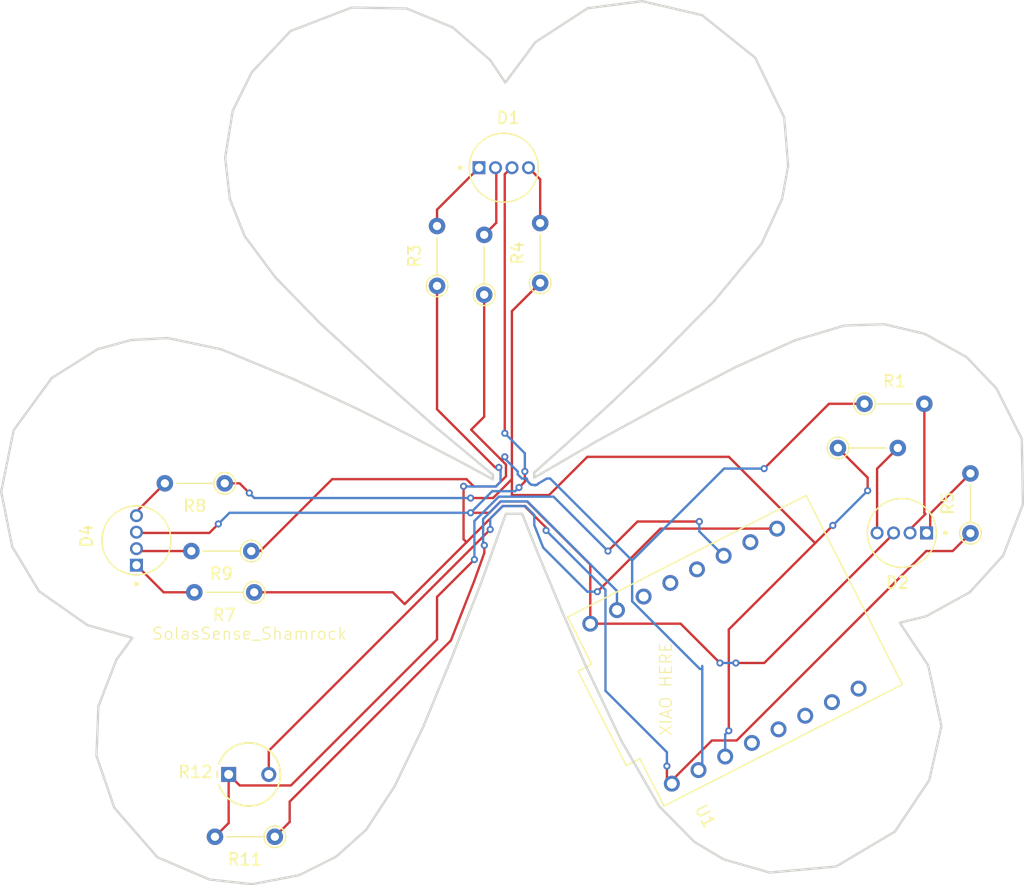
<source format=kicad_pcb>
(kicad_pcb (version 20241229) (generator "pcbnew") (generator_version "9.0")
  (layers (0 "F.Cu" signal) (2 "B.Cu" signal) (13 "F.Paste" user) (15 "B.Paste" user) (5 "F.SilkS" user "F.Silkscreen") (7 "B.SilkS" user "B.Silkscreen") (1 "F.Mask" user) (3 "B.Mask" user) (25 "Edge.Cuts" user))
  (net 0 "")
  (net 1 "+5V")
  (net 2 "Net-(D1-Pad4)")
  (net 3 "Net-(D1-Pad2)")
  (net 4 "Net-(D1-Pad1)")
  (net 5 "Net-(D2-Pad4)")
  (net 6 "Net-(D2-Pad2)")
  (net 7 "Net-(D2-Pad1)")
  (net 8 "Net-(D4-Pad1)")
  (net 9 "Net-(D4-Pad4)")
  (net 10 "Net-(D4-Pad2)")
  (net 11 "Net-(U1-GPIO5)")
  (net 12 "Net-(U1-GPIO7)")
  (net 13 "Net-(U1-GPIO6)")
  (net 14 "GND")
  (net 15 "Net-(U1-GPIO0)")
  (net 23 "Net-(U1-GPIO2)")
  (footprint "Resistor_THT:R_Axial_DIN0204_L3.6mm_D1.6mm_P5.08mm_Vertical" (layer "F.Cu") (at 131.49 92.5 180)
    (property "Reference" "R9" (at 2.54 -1.92 0) (layer "F.SilkS"))
    (property "Value" "Resistor 220")
    (fp_line (start 0.92 0) (end 4.08 0) (stroke (width 0.12)) (layer "F.SilkS"))
    (fp_circle (center 0 0) (end 0.92 0) (stroke (width 0.12)) (fill no) (layer "F.SilkS"))
    (pad "1" thru_hole circle (at 0 0 180) (size 1.4 1.4) (drill 0.7) (layers "*.Cu" "*.Mask") (net 13 "Net-(U1-GPIO6)"))
    (pad "2" thru_hole circle (at 5.08 0 180) (size 1.4 1.4) (drill 0.7) (layers "*.Cu" "*.Mask") (net 10 "Net-(D4-Pad2)"))
  )
  (footprint "LDR:LDR1_NTE" (layer "F.Cu") (at 129.573428 111.460254)
    (property "Reference" "R12" (at -2.823428 -0.210254 0) (layer "F.SilkS"))
    (property "Value" "02LDR1")
    (fp_arc (start -0.96774 0.233127) (mid -0.9779 0) (end -0.96774 -0.233128) (stroke (width 0.1524)) (layer "F.SilkS"))
    (fp_arc (start -0.817484 -0.913237) (mid 2.165409 -2.639291) (end 4.3815 0) (stroke (width 0.1524)) (layer "F.SilkS"))
    (fp_arc (start 4.3815 0) (mid 2.165409 2.639291) (end -0.817484 0.913237) (stroke (width 0.1524)) (layer "F.SilkS"))
    (pad "1" thru_hole rect (at 0 0) (size 1.27 1.27) (drill 0.762) (layers "*.Cu" "*.Mask") (net 23 "Net-(U1-GPIO2)"))
    (pad "2" thru_hole circle (at 3.4036 0) (size 1.27 1.27) (drill 0.762) (layers "*.Cu" "*.Mask") (net 15 "Net-(U1-GPIO0)"))
  )
  (footprint "RGB LED:LED_QBL8RGB60D0-2897" (layer "F.Cu") (at 186.680228 90.960254 180)
    (property "Reference" "D2" (at 0.375 -4.225 0) (layer "F.SilkS"))
    (property "Value" "RGB LED")
    (fp_circle (center 0 0) (end 2.925 0) (stroke (width 0.127)) (fill no) (layer "F.SilkS"))
    (fp_circle (center -3.7 0) (end -3.6 0) (stroke (width 0.2)) (fill no) (layer "F.SilkS"))
    (pad "1" thru_hole rect (at -2.1 0 180) (size 1.1 1.1) (drill 0.7) (layers "*.Cu" "*.Mask") (net 7 "Net-(D2-Pad1)"))
    (pad "2" thru_hole circle (at -0.7 0 180) (size 1.1 1.1) (drill 0.7) (layers "*.Cu" "*.Mask") (net 6 "Net-(D2-Pad2)"))
    (pad "3" thru_hole circle (at 0.7 0 180) (size 1.1 1.1) (drill 0.7) (layers "*.Cu" "*.Mask") (net 1 "+5V"))
    (pad "4" thru_hole circle (at 2.1 0 180) (size 1.1 1.1) (drill 0.7) (layers "*.Cu" "*.Mask") (net 5 "Net-(D2-Pad4)"))
  )
  (footprint "Resistor_THT:R_Axial_DIN0204_L3.6mm_D1.6mm_P5.08mm_Vertical" (layer "F.Cu") (at 156 69.74 90)
    (property "Reference" "R4" (at 2.54 -1.92 90) (layer "F.SilkS"))
    (property "Value" "Resistor 220")
    (fp_line (start 0.92 0) (end 4.08 0) (stroke (width 0.12)) (layer "F.SilkS"))
    (fp_circle (center 0 0) (end 0.92 0) (stroke (width 0.12)) (fill no) (layer "F.SilkS"))
    (pad "1" thru_hole circle (at 0 0 90) (size 1.4 1.4) (drill 0.7) (layers "*.Cu" "*.Mask") (net 12 "Net-(U1-GPIO7)"))
    (pad "2" thru_hole circle (at 5.08 0 90) (size 1.4 1.4) (drill 0.7) (layers "*.Cu" "*.Mask") (net 2 "Net-(D1-Pad4)"))
  )
  (footprint "RGB LED:LED_QBL8RGB60D0-2897" (layer "F.Cu") (at 152.910228 59.960254)
    (property "Reference" "D1" (at 0.375 -4.225 0) (layer "F.SilkS"))
    (property "Value" "RGB LED")
    (fp_circle (center -3.7 0) (end -3.6 0) (stroke (width 0.2)) (fill no) (layer "F.SilkS"))
    (fp_circle (center 0 0) (end 2.925 0) (stroke (width 0.127)) (fill no) (layer "F.SilkS"))
    (pad "1" thru_hole rect (at -2.1 0) (size 1.1 1.1) (drill 0.7) (layers "*.Cu" "*.Mask") (net 4 "Net-(D1-Pad1)"))
    (pad "2" thru_hole circle (at -0.7 0) (size 1.1 1.1) (drill 0.7) (layers "*.Cu" "*.Mask") (net 3 "Net-(D1-Pad2)"))
    (pad "3" thru_hole circle (at 0.7 0) (size 1.1 1.1) (drill 0.7) (layers "*.Cu" "*.Mask") (net 1 "+5V"))
    (pad "4" thru_hole circle (at 2.1 0) (size 1.1 1.1) (drill 0.7) (layers "*.Cu" "*.Mask") (net 2 "Net-(D1-Pad4)"))
  )
  (footprint "ESP32-c3 super mini:MODULE_ESP32-C3_SUPERMINI_TH" (layer "F.Cu") (at 172.530372 100.960254 117)
    (property "Reference" "U1" (at -11.36074 -8.628489 117) (layer "F.SilkS"))
    (property "Value" "ESP32-C3_SUPERMINI_TH")
    (fp_line (start 9 -11.350001) (end 4.5 -11.35) (stroke (width 0.127)) (layer "F.SilkS"))
    (fp_line (start 4.5 -12.649999) (end 4.5 -11.35) (stroke (width 0.127)) (layer "F.SilkS"))
    (fp_line (start 4.5 -12.649999) (end -4.5 -12.65) (stroke (width 0.127)) (layer "F.SilkS"))
    (fp_line (start -4.5 -12.65) (end -4.499999 -11.35) (stroke (width 0.127)) (layer "F.SilkS"))
    (fp_line (start -4.499999 -11.35) (end -9.000001 -11.350001) (stroke (width 0.127)) (layer "F.SilkS"))
    (fp_line (start 9.000001 11.350001) (end 9 -11.350001) (stroke (width 0.127)) (layer "F.SilkS"))
    (fp_line (start 9.000001 11.350001) (end -9 11.350001) (stroke (width 0.127)) (layer "F.SilkS"))
    (fp_line (start -9 11.350001) (end -9.000001 -11.350001) (stroke (width 0.127)) (layer "F.SilkS"))
    (pad "0" thru_hole circle (at 7.62 7.88 117) (size 1.348 1.348) (drill 0.84) (layers "*.Cu" "*.Mask") (net 15 "Net-(U1-GPIO0)"))
    (pad "1" thru_hole circle (at 7.62 5.340001 117) (size 1.348 1.348) (drill 0.84) (layers "*.Cu" "*.Mask"))
    (pad "2" thru_hole circle (at 7.619999 2.800001 117) (size 1.348 1.348) (drill 0.84) (layers "*.Cu" "*.Mask") (net 23 "Net-(U1-GPIO2)"))
    (pad "3" thru_hole circle (at 7.619999 0.259999 117) (size 1.348 1.348) (drill 0.84) (layers "*.Cu" "*.Mask"))
    (pad "3.3" thru_hole circle (at 7.62 -4.82 117) (size 1.348 1.348) (drill 0.84) (layers "*.Cu" "*.Mask"))
    (pad "4" thru_hole circle (at 7.619999 -2.280002 117) (size 1.348 1.348) (drill 0.84) (layers "*.Cu" "*.Mask"))
    (pad "5" thru_hole circle (at -7.62 -9.9 117) (size 1.348 1.348) (drill 0.84) (layers "*.Cu" "*.Mask") (net 11 "Net-(U1-GPIO5)"))
    (pad "5V" thru_hole circle (at 7.619999 -9.9 117) (size 1.348 1.348) (drill 0.84) (layers "*.Cu" "*.Mask") (net 1 "+5V"))
    (pad "6" thru_hole circle (at -7.62 -7.359998 117) (size 1.348 1.348) (drill 0.84) (layers "*.Cu" "*.Mask") (net 13 "Net-(U1-GPIO6)"))
    (pad "7" thru_hole circle (at -7.620001 -4.82 117) (size 1.348 1.348) (drill 0.84) (layers "*.Cu" "*.Mask") (net 12 "Net-(U1-GPIO7)"))
    (pad "8" thru_hole circle (at -7.620001 -2.280001 117) (size 1.348 1.348) (drill 0.84) (layers "*.Cu" "*.Mask"))
    (pad "9" thru_hole circle (at -7.620001 0.26 117) (size 1.348 1.348) (drill 0.84) (layers "*.Cu" "*.Mask"))
    (pad "10" thru_hole circle (at -7.62 2.8 117) (size 1.348 1.348) (drill 0.84) (layers "*.Cu" "*.Mask"))
    (pad "20" thru_hole circle (at -7.620002 5.34 117) (size 1.348 1.348) (drill 0.84) (layers "*.Cu" "*.Mask"))
    (pad "21" thru_hole circle (at -7.619999 7.879999 117) (size 1.348 1.348) (drill 0.84) (layers "*.Cu" "*.Mask"))
    (pad "G" thru_hole circle (at 7.62 -7.359999 117) (size 1.348 1.348) (drill 0.84) (layers "*.Cu" "*.Mask") (net 14 "GND"))
  )
  (footprint "Resistor_THT:R_Axial_DIN0204_L3.6mm_D1.6mm_P5.08mm_Vertical" (layer "F.Cu") (at 151.25 70.74 90)
    (property "Reference" "R6" (hide yes))
    (property "Value" "Resistor 220" (hide yes))
    (fp_line (start 0.92 0) (end 4.08 0) (stroke (width 0.12)) (layer "F.SilkS"))
    (fp_circle (center 0 0) (end 0.92 0) (stroke (width 0.12)) (fill no) (layer "F.SilkS"))
    (pad "1" thru_hole circle (at 0 0 90) (size 1.4 1.4) (drill 0.7) (layers "*.Cu" "*.Mask") (net 13 "Net-(U1-GPIO6)"))
    (pad "2" thru_hole circle (at 5.08 0 90) (size 1.4 1.4) (drill 0.7) (layers "*.Cu" "*.Mask") (net 3 "Net-(D1-Pad2)"))
  )
  (footprint "Resistor_THT:R_Axial_DIN0204_L3.6mm_D1.6mm_P5.08mm_Vertical" (layer "F.Cu") (at 131.74 96 180)
    (property "Reference" "R7" (at 2.54 -1.92 0) (layer "F.SilkS"))
    (property "Value" "Resistor 220")
    (fp_line (start 0.92 0) (end 4.08 0) (stroke (width 0.12)) (layer "F.SilkS"))
    (fp_circle (center 0 0) (end 0.92 0) (stroke (width 0.12)) (fill no) (layer "F.SilkS"))
    (pad "1" thru_hole circle (at 0 0 180) (size 1.4 1.4) (drill 0.7) (layers "*.Cu" "*.Mask") (net 11 "Net-(U1-GPIO5)"))
    (pad "2" thru_hole circle (at 5.08 0 180) (size 1.4 1.4) (drill 0.7) (layers "*.Cu" "*.Mask") (net 8 "Net-(D4-Pad1)"))
  )
  (footprint "Resistor_THT:R_Axial_DIN0204_L3.6mm_D1.6mm_P5.08mm_Vertical" (layer "F.Cu") (at 183.51 80)
    (property "Reference" "R1" (at 2.54 -1.92 0) (layer "F.SilkS"))
    (property "Value" "Resistor 220")
    (fp_line (start 0.92 0) (end 4.08 0) (stroke (width 0.12)) (layer "F.SilkS"))
    (fp_circle (center 0 0) (end 0.92 0) (stroke (width 0.12)) (fill no) (layer "F.SilkS"))
    (pad "1" thru_hole circle (at 0 0) (size 1.4 1.4) (drill 0.7) (layers "*.Cu" "*.Mask") (net 13 "Net-(U1-GPIO6)"))
    (pad "2" thru_hole circle (at 5.08 0) (size 1.4 1.4) (drill 0.7) (layers "*.Cu" "*.Mask") (net 6 "Net-(D2-Pad2)"))
  )
  (footprint "Resistor_THT:R_Axial_DIN0204_L3.6mm_D1.6mm_P5.08mm_Vertical" (layer "F.Cu") (at 129.24 86.75 180)
    (property "Reference" "R8" (at 2.54 -1.92 0) (layer "F.SilkS"))
    (property "Value" "Resistor 220")
    (fp_line (start 0.92 0) (end 4.08 0) (stroke (width 0.12)) (layer "F.SilkS"))
    (fp_circle (center 0 0) (end 0.92 0) (stroke (width 0.12)) (fill no) (layer "F.SilkS"))
    (pad "1" thru_hole circle (at 0 0 180) (size 1.4 1.4) (drill 0.7) (layers "*.Cu" "*.Mask") (net 12 "Net-(U1-GPIO7)"))
    (pad "2" thru_hole circle (at 5.08 0 180) (size 1.4 1.4) (drill 0.7) (layers "*.Cu" "*.Mask") (net 9 "Net-(D4-Pad4)"))
  )
  (footprint "Resistor_THT:R_Axial_DIN0204_L3.6mm_D1.6mm_P5.08mm_Vertical" (layer "F.Cu") (at 192.5 90.99 90)
    (property "Reference" "R5" (at 2.54 -1.92 90) (layer "F.SilkS"))
    (property "Value" "Resistor 220")
    (fp_line (start 0.92 0) (end 4.08 0) (stroke (width 0.12)) (layer "F.SilkS"))
    (fp_circle (center 0 0) (end 0.92 0) (stroke (width 0.12)) (fill no) (layer "F.SilkS"))
    (pad "1" thru_hole circle (at 0 0 90) (size 1.4 1.4) (drill 0.7) (layers "*.Cu" "*.Mask") (net 11 "Net-(U1-GPIO5)"))
    (pad "2" thru_hole circle (at 5.08 0 90) (size 1.4 1.4) (drill 0.7) (layers "*.Cu" "*.Mask") (net 7 "Net-(D2-Pad1)"))
  )
  (footprint "Resistor_THT:R_Axial_DIN0204_L3.6mm_D1.6mm_P5.08mm_Vertical" (layer "F.Cu") (at 181.26 83.75)
    (property "Reference" "R2" (hide yes))
    (property "Value" "Resistor 220")
    (fp_line (start 0.92 0) (end 4.08 0) (stroke (width 0.12)) (layer "F.SilkS"))
    (fp_circle (center 0 0) (end 0.92 0) (stroke (width 0.12)) (fill no) (layer "F.SilkS"))
    (pad "1" thru_hole circle (at 0 0) (size 1.4 1.4) (drill 0.7) (layers "*.Cu" "*.Mask") (net 12 "Net-(U1-GPIO7)"))
    (pad "2" thru_hole circle (at 5.08 0) (size 1.4 1.4) (drill 0.7) (layers "*.Cu" "*.Mask") (net 5 "Net-(D2-Pad4)"))
  )
  (footprint "Resistor_THT:R_Axial_DIN0204_L3.6mm_D1.6mm_P5.08mm_Vertical" (layer "F.Cu") (at 133.49 116.75 180)
    (property "Reference" "R11" (at 2.54 -1.92 0) (layer "F.SilkS"))
    (property "Value" "Resistor 10k")
    (fp_line (start 0.92 0) (end 4.08 0) (stroke (width 0.12)) (layer "F.SilkS"))
    (fp_circle (center 0 0) (end 0.92 0) (stroke (width 0.12)) (fill no) (layer "F.SilkS"))
    (pad "1" thru_hole circle (at 0 0 180) (size 1.4 1.4) (drill 0.7) (layers "*.Cu" "*.Mask") (net 14 "GND"))
    (pad "2" thru_hole circle (at 5.08 0 180) (size 1.4 1.4) (drill 0.7) (layers "*.Cu" "*.Mask") (net 23 "Net-(U1-GPIO2)"))
  )
  (footprint "RGB LED:LED_QBL8RGB60D0-2897" (layer "F.Cu") (at 121.75 91.595254 90)
    (property "Reference" "D4" (at 0.375 -4.225 90) (layer "F.SilkS"))
    (property "Value" "RGB LED")
    (fp_circle (center 0 0) (end 2.925 0) (stroke (width 0.127)) (fill no) (layer "F.SilkS"))
    (fp_circle (center -3.7 0) (end -3.6 0) (stroke (width 0.2)) (fill no) (layer "F.SilkS"))
    (pad "1" thru_hole rect (at -2.1 0 90) (size 1.1 1.1) (drill 0.7) (layers "*.Cu" "*.Mask") (net 8 "Net-(D4-Pad1)"))
    (pad "2" thru_hole circle (at -0.7 0 90) (size 1.1 1.1) (drill 0.7) (layers "*.Cu" "*.Mask") (net 10 "Net-(D4-Pad2)"))
    (pad "3" thru_hole circle (at 0.7 0 90) (size 1.1 1.1) (drill 0.7) (layers "*.Cu" "*.Mask") (net 1 "+5V"))
    (pad "4" thru_hole circle (at 2.1 0 90) (size 1.1 1.1) (drill 0.7) (layers "*.Cu" "*.Mask") (net 9 "Net-(D4-Pad4)"))
  )
  (footprint "Resistor_THT:R_Axial_DIN0204_L3.6mm_D1.6mm_P5.08mm_Vertical" (layer "F.Cu") (at 147.25 69.99 90)
    (property "Reference" "R3" (at 2.54 -1.92 90) (layer "F.SilkS"))
    (property "Value" "Resistor 220")
    (fp_line (start 0.92 0) (end 4.08 0) (stroke (width 0.12)) (layer "F.SilkS"))
    (fp_circle (center 0 0) (end 0.92 0) (stroke (width 0.12)) (fill no) (layer "F.SilkS"))
    (pad "1" thru_hole circle (at 0 0 90) (size 1.4 1.4) (drill 0.7) (layers "*.Cu" "*.Mask") (net 11 "Net-(U1-GPIO5)"))
    (pad "2" thru_hole circle (at 5.08 0 90) (size 1.4 1.4) (drill 0.7) (layers "*.Cu" "*.Mask") (net 4 "Net-(D1-Pad1)"))
  )
  (gr_line (start 160.917127 83.104991) (end 155.492691 86.273342) (stroke (width 0.2)) (layer "Edge.Cuts"))
  (gr_line (start 133.525393 69.256445) (end 137.403863 73.240773) (stroke (width 0.2)) (layer "Edge.Cuts"))
  (gr_line (start 151.992691 86.416887) (end 149.315098 84.963037) (stroke (width 0.2)) (layer "Edge.Cuts"))
  (gr_line (start 118.358893 109.878789) (end 119.86929 114.285785) (stroke (width 0.2)) (layer "Edge.Cuts"))
  (gr_line (start 135.159251 77.939421) (end 128.957899 75.378378) (stroke (width 0.2)) (layer "Edge.Cuts"))
  (gr_line (start 119.86929 114.285785) (end 123.524731 118.486161) (stroke (width 0.2)) (layer "Edge.Cuts"))
  (gr_line (start 144.853265 82.637247) (end 140.731136 80.548864) (stroke (width 0.2)) (layer "Edge.Cuts"))
  (gr_line (start 166.076348 114.136635) (end 169.076665 117.183511) (stroke (width 0.2)) (layer "Edge.Cuts"))
  (gr_line (start 137.403863 73.240773) (end 142.113627 77.548417) (stroke (width 0.2)) (layer "Edge.Cuts"))
  (gr_line (start 170.756354 71.275359) (end 174.769097 66.4265) (stroke (width 0.2)) (layer "Edge.Cuts"))
  (gr_line (start 131.566587 120.776384) (end 135.542612 120.015649) (stroke (width 0.2)) (layer "Edge.Cuts"))
  (gr_line (start 181.798271 73.357518) (end 177.610405 74.615411) (stroke (width 0.2)) (layer "Edge.Cuts"))
  (gr_line (start 157.80958 97.523038) (end 159.788049 102.07327) (stroke (width 0.2)) (layer "Edge.Cuts"))
  (gr_line (start 117.582223 98.780913) (end 121.407123 99.864612) (stroke (width 0.2)) (layer "Edge.Cuts"))
  (gr_line (start 129.921005 55.124465) (end 129.273308 59.110576) (stroke (width 0.2)) (layer "Edge.Cuts"))
  (gr_line (start 155.492691 85.842638) (end 158.018093 83.591479) (stroke (width 0.2)) (layer "Edge.Cuts"))
  (gr_line (start 153.268186 89.33483) (end 154.116034 89.33483) (stroke (width 0.2)) (layer "Edge.Cuts"))
  (gr_line (start 192.448832 95.989275) (end 195.27774 92.873934) (stroke (width 0.2)) (layer "Edge.Cuts"))
  (gr_line (start 129.676723 62.61841) (end 130.931073 65.765458) (stroke (width 0.2)) (layer "Edge.Cuts"))
  (gr_line (start 160.024942 46.425752) (end 155.599502 49.298306) (stroke (width 0.2)) (layer "Edge.Cuts"))
  (gr_line (start 192.166612 76.037442) (end 188.633958 74.064662) (stroke (width 0.2)) (layer "Edge.Cuts"))
  (gr_line (start 140.731136 80.548864) (end 135.159251 77.939421) (stroke (width 0.2)) (layer "Edge.Cuts"))
  (gr_line (start 141.234721 116.158794) (end 143.635881 112.497262) (stroke (width 0.2)) (layer "Edge.Cuts"))
  (gr_line (start 118.523459 105.673913) (end 118.358893 109.878789) (stroke (width 0.2)) (layer "Edge.Cuts"))
  (gr_line (start 164.65463 45.825564) (end 160.024942 46.425752) (stroke (width 0.2)) (layer "Edge.Cuts"))
  (gr_line (start 194.691107 78.677418) (end 192.166612 76.037442) (stroke (width 0.2)) (layer "Edge.Cuts"))
  (gr_line (start 155.599502 49.298306) (end 153.043284 52.740062) (stroke (width 0.2)) (layer "Edge.Cuts"))
  (gr_line (start 190.03853 107.353832) (end 188.910635 102.191934) (stroke (width 0.2)) (layer "Edge.Cuts"))
  (gr_line (start 177.610405 74.615411) (end 172.522763 76.911891) (stroke (width 0.2)) (layer "Edge.Cuts"))
  (gr_line (start 166.84426 79.876964) (end 160.917127 83.104991) (stroke (width 0.2)) (layer "Edge.Cuts"))
  (gr_line (start 129.273308 59.110576) (end 129.676723 62.61841) (stroke (width 0.2)) (layer "Edge.Cuts"))
  (gr_line (start 189.011027 111.93005) (end 190.03853 107.353832) (stroke (width 0.2)) (layer "Edge.Cuts"))
  (gr_line (start 147.163494 82.007547) (end 151.992691 86.024075) (stroke (width 0.2)) (layer "Edge.Cuts"))
  (gr_line (start 176.518414 62.629045) (end 177.034745 59.815656) (stroke (width 0.2)) (layer "Edge.Cuts"))
  (gr_line (start 113.480485 95.901691) (end 117.582223 98.780913) (stroke (width 0.2)) (layer "Edge.Cuts"))
  (gr_line (start 128.957899 75.378378) (end 124.392725 74.417803) (stroke (width 0.2)) (layer "Edge.Cuts"))
  (gr_line (start 188.746303 98.032444) (end 192.448832 95.989275) (stroke (width 0.2)) (layer "Edge.Cuts"))
  (gr_line (start 146.05803 107.462142) (end 148.503895 101.535005) (stroke (width 0.2)) (layer "Edge.Cuts"))
  (gr_line (start 177.034745 59.815656) (end 176.703859 55.697985) (stroke (width 0.2)) (layer "Edge.Cuts"))
  (gr_line (start 154.116034 89.33483) (end 154.472958 89.33483) (stroke (width 0.2)) (layer "Edge.Cuts"))
  (gr_line (start 153.043284 52.740062) (end 151.756888 50.823841) (stroke (width 0.2)) (layer "Edge.Cuts"))
  (gr_line (start 162.860238 108.552306) (end 166.076348 114.136635) (stroke (width 0.2)) (layer "Edge.Cuts"))
  (gr_line (start 111.217249 92.137661) (end 113.480485 95.901691) (stroke (width 0.2)) (layer "Edge.Cuts"))
  (gr_line (start 165.689139 76.426704) (end 170.756354 71.275359) (stroke (width 0.2)) (layer "Edge.Cuts"))
  (gr_line (start 159.788049 102.07327) (end 162.860238 108.552306) (stroke (width 0.2)) (layer "Edge.Cuts"))
  (gr_line (start 118.452655 75.366855) (end 114.561636 77.815259) (stroke (width 0.2)) (layer "Edge.Cuts"))
  (gr_line (start 123.524731 118.486161) (end 127.933624 120.376871) (stroke (width 0.2)) (layer "Edge.Cuts"))
  (gr_line (start 121.407123 99.864612) (end 120.046437 101.728814) (stroke (width 0.2)) (layer "Edge.Cuts"))
  (gr_line (start 149.315098 84.963037) (end 144.853265 82.637247) (stroke (width 0.2)) (layer "Edge.Cuts"))
  (gr_line (start 150.970012 95.24922) (end 153.087807 89.33483) (stroke (width 0.2)) (layer "Edge.Cuts"))
  (gr_line (start 140.017783 46.36264) (end 134.820487 48.361019) (stroke (width 0.2)) (layer "Edge.Cuts"))
  (gr_line (start 155.701318 92.43605) (end 157.80958 97.523038) (stroke (width 0.2)) (layer "Edge.Cuts"))
  (gr_line (start 120.046437 101.728814) (end 118.523459 105.673913) (stroke (width 0.2)) (layer "Edge.Cuts"))
  (gr_line (start 154.472958 89.33483) (end 155.701318 92.43605) (stroke (width 0.2)) (layer "Edge.Cuts"))
  (gr_line (start 111.333946 82.24216) (end 110.275228 87.460254) (stroke (width 0.2)) (layer "Edge.Cuts"))
  (gr_line (start 143.635881 112.497262) (end 146.05803 107.462142) (stroke (width 0.2)) (layer "Edge.Cuts"))
  (gr_line (start 181.105597 119.271758) (end 186.095451 116.306525) (stroke (width 0.2)) (layer "Edge.Cuts"))
  (gr_line (start 169.732962 47.012899) (end 164.65463 45.825564) (stroke (width 0.2)) (layer "Edge.Cuts"))
  (gr_line (start 134.820487 48.361019) (end 131.535871 51.857362) (stroke (width 0.2)) (layer "Edge.Cuts"))
  (gr_line (start 196.953471 88.527115) (end 196.853189 82.959768) (stroke (width 0.2)) (layer "Edge.Cuts"))
  (gr_line (start 138.703241 118.428635) (end 141.234721 116.158794) (stroke (width 0.2)) (layer "Edge.Cuts"))
  (gr_line (start 188.910635 102.191934) (end 186.505671 98.585874) (stroke (width 0.2)) (layer "Edge.Cuts"))
  (gr_line (start 169.076665 117.183511) (end 171.554058 118.664693) (stroke (width 0.2)) (layer "Edge.Cuts"))
  (gr_line (start 142.113627 77.548417) (end 147.163494 82.007547) (stroke (width 0.2)) (layer "Edge.Cuts"))
  (gr_line (start 176.703859 55.697985) (end 174.237838 50.623166) (stroke (width 0.2)) (layer "Edge.Cuts"))
  (gr_line (start 172.522763 76.911891) (end 166.84426 79.876964) (stroke (width 0.2)) (layer "Edge.Cuts"))
  (gr_line (start 171.554058 118.664693) (end 175.479975 119.790308) (stroke (width 0.2)) (layer "Edge.Cuts"))
  (gr_line (start 174.769097 66.4265) (end 176.518414 62.629045) (stroke (width 0.2)) (layer "Edge.Cuts"))
  (gr_line (start 127.933624 120.376871) (end 131.566587 120.776384) (stroke (width 0.2)) (layer "Edge.Cuts"))
  (gr_line (start 151.992691 86.024075) (end 151.992691 86.416887) (stroke (width 0.2)) (layer "Edge.Cuts"))
  (gr_line (start 188.633958 74.064662) (end 185.194088 73.247803) (stroke (width 0.2)) (layer "Edge.Cuts"))
  (gr_line (start 148.503895 101.535005) (end 150.970012 95.24922) (stroke (width 0.2)) (layer "Edge.Cuts"))
  (gr_line (start 174.237838 50.623166) (end 169.732962 47.012899) (stroke (width 0.2)) (layer "Edge.Cuts"))
  (gr_line (start 135.542612 120.015649) (end 138.703241 118.428635) (stroke (width 0.2)) (layer "Edge.Cuts"))
  (gr_line (start 162.088913 79.857064) (end 165.689139 76.426704) (stroke (width 0.2)) (layer "Edge.Cuts"))
  (gr_line (start 175.479975 119.790308) (end 181.105597 119.271758) (stroke (width 0.2)) (layer "Edge.Cuts"))
  (gr_line (start 196.853189 82.959768) (end 194.691107 78.677418) (stroke (width 0.2)) (layer "Edge.Cuts"))
  (gr_line (start 155.492691 86.273342) (end 155.492691 85.842638) (stroke (width 0.2)) (layer "Edge.Cuts"))
  (gr_line (start 144.675591 46.450613) (end 140.017783 46.36264) (stroke (width 0.2)) (layer "Edge.Cuts"))
  (gr_line (start 195.27774 92.873934) (end 196.953471 88.527115) (stroke (width 0.2)) (layer "Edge.Cuts"))
  (gr_line (start 114.561636 77.815259) (end 111.333946 82.24216) (stroke (width 0.2)) (layer "Edge.Cuts"))
  (gr_line (start 185.194088 73.247803) (end 181.798271 73.357518) (stroke (width 0.2)) (layer "Edge.Cuts"))
  (gr_line (start 153.087807 89.33483) (end 153.268186 89.33483) (stroke (width 0.2)) (layer "Edge.Cuts"))
  (gr_line (start 130.931073 65.765458) (end 133.525393 69.256445) (stroke (width 0.2)) (layer "Edge.Cuts"))
  (gr_line (start 158.018093 83.591479) (end 162.088913 79.857064) (stroke (width 0.2)) (layer "Edge.Cuts"))
  (gr_line (start 186.505671 98.585874) (end 188.746303 98.032444) (stroke (width 0.2)) (layer "Edge.Cuts"))
  (gr_line (start 131.535871 51.857362) (end 129.921005 55.124465) (stroke (width 0.2)) (layer "Edge.Cuts"))
  (gr_line (start 186.095451 116.306525) (end 189.011027 111.93005) (stroke (width 0.2)) (layer "Edge.Cuts"))
  (gr_line (start 151.756888 50.823841) (end 148.570598 48.043407) (stroke (width 0.2)) (layer "Edge.Cuts"))
  (gr_line (start 121.277416 74.59066) (end 118.452655 75.366855) (stroke (width 0.2)) (layer "Edge.Cuts"))
  (gr_line (start 148.570598 48.043407) (end 144.675591 46.450613) (stroke (width 0.2)) (layer "Edge.Cuts"))
  (gr_line (start 110.275228 87.460254) (end 111.217249 92.137661) (stroke (width 0.2)) (layer "Edge.Cuts"))
  (gr_line (start 124.392725 74.417803) (end 121.277416 74.59066) (stroke (width 0.2)) (layer "Edge.Cuts"))
  (gr_text "SolasSense_Shamrock" (at 123 100.098753 0) (layer "F.SilkS") (effects (font (size 1 1) (thickness 0.1)) (justify left bottom)))
  (gr_text "XIAO HERE" (at 167.25 108.25 90) (layer "F.SilkS") (effects (font (size 1 1) (thickness 0.1)) (justify left bottom)))
  (segment (start 151.686664 89.25) (end 152.653273 88.283391) (width 0.2) (layer "F.Cu") (net 1))
  (segment (start 155.924971 89.325029) (end 160.25 93.650057) (width 0.2) (layer "F.Cu") (net 1))
  (segment (start 152.995228 82.495228) (end 153 82.5) (width 0.2) (layer "F.Cu") (net 1))
  (segment (start 154.883334 88.283391) (end 155.924971 89.325029) (width 0.2) (layer "F.Cu") (net 1))
  (segment (start 150.1 89.25) (end 151.686664 89.25) (width 0.2) (layer "F.Cu") (net 1))
  (segment (start 152.653273 88.283391) (end 154.883334 88.283391) (width 0.2) (layer "F.Cu") (net 1))
  (segment (start 156.924971 90.325029) (end 155.924971 89.325029) (width 0.2) (layer "F.Cu") (net 1))
  (segment (start 175.005482 102) (end 172.6 102) (width 0.2) (layer "F.Cu") (net 1))
  (segment (start 152.995228 60.510254) (end 152.995228 82.495228) (width 0.2) (layer "F.Cu") (net 1))
  (segment (start 167.915291 98.665291) (end 160.25 98.665291) (width 0.2) (layer "F.Cu") (net 1))
  (segment (start 153.545228 59.960254) (end 152.995228 60.510254) (width 0.2) (layer "F.Cu") (net 1))
  (segment (start 127.935506 90.960254) (end 128.69788 90.19788) (width 0.2) (layer "F.Cu") (net 1))
  (segment (start 121.775228 90.960254) (end 127.935506 90.960254) (width 0.2) (layer "F.Cu") (net 1))
  (segment (start 186.045228 90.960254) (end 175.005482 102) (width 0.2) (layer "F.Cu") (net 1))
  (segment (start 171.25 102) (end 167.915291 98.665291) (width 0.2) (layer "F.Cu") (net 1))
  (segment (start 154.698842 86.607762) (end 154.201 87.105604) (width 0.2) (layer "F.Cu") (net 1))
  (segment (start 160.25 93.650057) (end 160.25 98.665291) (width 0.2) (layer "F.Cu") (net 1))
  (segment (start 154.698842 85.743619) (end 154.698842 86.607762) (width 0.2) (layer "F.Cu") (net 1))
  (via (at 172.6 102) (size 0.6) (drill 0.3) (layers "F.Cu" "B.Cu") (net 1))
  (via (at 154.201 87.105604) (size 0.6) (drill 0.3) (layers "F.Cu" "B.Cu") (net 1))
  (via (at 153 82.5) (size 0.6) (drill 0.3) (layers "F.Cu" "B.Cu") (net 1))
  (via (at 150.1 89.25) (size 0.6) (drill 0.3) (layers "F.Cu" "B.Cu") (net 1))
  (via (at 154.698842 85.743619) (size 0.6) (drill 0.3) (layers "F.Cu" "B.Cu") (net 1))
  (via (at 171.25 102) (size 0.6) (drill 0.3) (layers "F.Cu" "B.Cu") (net 1))
  (via (at 128.69788 90.19788) (size 0.6) (drill 0.3) (layers "F.Cu" "B.Cu") (net 1))
  (segment (start 154.201 87.105604) (end 153.887717 87.418887) (width 0.2) (layer "B.Cu") (net 1))
  (segment (start 128.69788 90.19788) (end 129.64576 89.25) (width 0.2) (layer "B.Cu") (net 1))
  (segment (start 153 82.5) (end 154.646226 84.146226) (width 0.2) (layer "B.Cu") (net 1))
  (segment (start 153.887717 87.418887) (end 151.931113 87.418887) (width 0.2) (layer "B.Cu") (net 1))
  (segment (start 129.64576 89.25) (end 150.1 89.25) (width 0.2) (layer "B.Cu") (net 1))
  (segment (start 151.931113 87.418887) (end 150.1 89.25) (width 0.2) (layer "B.Cu") (net 1))
  (segment (start 154.646226 84.146226) (end 154.698842 84.198842) (width 0.2) (layer "B.Cu") (net 1))
  (segment (start 172.6 102) (end 171.25 102) (width 0.2) (layer "B.Cu") (net 1))
  (segment (start 154.698842 84.198842) (end 154.698842 85.743619) (width 0.2) (layer "B.Cu") (net 1))
  (segment (start 156 60.950026) (end 155.010228 59.960254) (width 0.2) (layer "F.Cu") (net 2))
  (segment (start 156 64.66) (end 156 60.950026) (width 0.2) (layer "F.Cu") (net 2))
  (segment (start 152.275228 64.634772) (end 152.275228 59.960254) (width 0.2) (layer "F.Cu") (net 3))
  (segment (start 151.25 65.66) (end 152.275228 64.634772) (width 0.2) (layer "F.Cu") (net 3))
  (segment (start 147.25 64.91) (end 147.25 63.520482) (width 0.2) (layer "F.Cu") (net 4))
  (segment (start 147.25 63.520482) (end 150.810228 59.960254) (width 0.2) (layer "F.Cu") (net 4))
  (segment (start 184.580228 90.960254) (end 184.580228 85.509772) (width 0.2) (layer "F.Cu") (net 5))
  (segment (start 184.580228 85.509772) (end 186.34 83.75) (width 0.2) (layer "F.Cu") (net 5))
  (segment (start 187.180228 90.825254) (end 187.315228 90.960254) (width 0.2) (layer "F.Cu") (net 6))
  (segment (start 188.59 89.258482) (end 188.685 89.353482) (width 0.2) (layer "F.Cu") (net 6))
  (segment (start 188.59 80) (end 188.59 89.258482) (width 0.2) (layer "F.Cu") (net 6))
  (segment (start 187.380228 90.658254) (end 187.380228 90.960254) (width 0.2) (layer "F.Cu") (net 6))
  (segment (start 188.685 89.353482) (end 187.380228 90.658254) (width 0.2) (layer "F.Cu") (net 6))
  (segment (start 189.086 90.654482) (end 188.780228 90.960254) (width 0.2) (layer "F.Cu") (net 7))
  (segment (start 189.086 89.324) (end 189.086 90.654482) (width 0.2) (layer "F.Cu") (net 7))
  (segment (start 192.5 85.91) (end 189.086 89.324) (width 0.2) (layer "F.Cu") (net 7))
  (segment (start 126.66 96) (end 124.054746 96) (width 0.2) (layer "F.Cu") (net 8))
  (segment (start 124.054746 96) (end 121.75 93.695254) (width 0.2) (layer "F.Cu") (net 8))
  (segment (start 121.75 89.16) (end 121.75 89.495254) (width 0.2) (layer "F.Cu") (net 9))
  (segment (start 124.16 86.75) (end 121.75 89.16) (width 0.2) (layer "F.Cu") (net 9))
  (segment (start 121.954746 92.5) (end 121.75 92.295254) (width 0.2) (layer "F.Cu") (net 10))
  (segment (start 126.41 92.5) (end 121.954746 92.5) (width 0.2) (layer "F.Cu") (net 10))
  (segment (start 144.501882 97.001882) (end 149.751882 91.751882) (width 0.2) (layer "F.Cu") (net 11))
  (segment (start 147.25 69.99) (end 147.25 80.467226) (width 0.2) (layer "F.Cu") (net 11))
  (segment (start 190.99 92.5) (end 188.747482 92.5) (width 0.2) (layer "F.Cu") (net 11))
  (segment (start 156.5 90.51193) (end 156.5 90.75) (width 0.2) (layer "F.Cu") (net 11))
  (segment (start 167.168815 112.24423) (end 167.168815 111.975392) (width 0.2) (layer "F.Cu") (net 11))
  (segment (start 143.5 96) (end 144.501882 97.001882) (width 0.2) (layer "F.Cu") (net 11))
  (segment (start 147.25 80.467226) (end 147.641387 80.858613) (width 0.2) (layer "F.Cu") (net 11))
  (segment (start 167.168815 111.975392) (end 170.566854 108.577353) (width 0.2) (layer "F.Cu") (net 11))
  (segment (start 170.566854 108.577353) (end 172.670129 108.577353) (width 0.2) (layer "F.Cu") (net 11))
  (segment (start 166.75 111.825415) (end 167.168815 112.24423) (width 0.2) (layer "F.Cu") (net 11))
  (segment (start 154.672461 88.684391) (end 156.5 90.51193) (width 0.2) (layer "F.Cu") (net 11))
  (segment (start 149.5 91.5) (end 149.751882 91.751882) (width 0.2) (layer "F.Cu") (net 11))
  (segment (start 149.751882 91.751882) (end 152.751882 88.751882) (width 0.2) (layer "F.Cu") (net 11))
  (segment (start 152.819372 88.684391) (end 154.672461 88.684391) (width 0.2) (layer "F.Cu") (net 11))
  (segment (start 192.5 90.99) (end 190.99 92.5) (width 0.2) (layer "F.Cu") (net 11))
  (segment (start 152.751882 88.751882) (end 152.819372 88.684391) (width 0.2) (layer "F.Cu") (net 11))
  (segment (start 172.670129 108.577353) (end 188.747482 92.5) (width 0.2) (layer "F.Cu") (net 11))
  (segment (start 152.185541 85.402766) (end 152.496746 85.402766) (width 0.2) (layer "F.Cu") (net 11))
  (segment (start 149.5 87) (end 149.5 91.5) (width 0.2) (layer "F.Cu") (net 11))
  (segment (start 147.565 80.782225) (end 147.641387 80.858613) (width 0.2) (layer "F.Cu") (net 11))
  (segment (start 147.641387 80.858613) (end 152.185541 85.402766) (width 0.2) (layer "F.Cu") (net 11))
  (segment (start 131.74 96) (end 143.5 96) (width 0.2) (layer "F.Cu") (net 11))
  (segment (start 166.75 110.75) (end 166.75 111.825415) (width 0.2) (layer "F.Cu") (net 11))
  (via (at 166.75 110.75) (size 0.6) (drill 0.3) (layers "F.Cu" "B.Cu") (net 11))
  (via (at 152.496746 85.402766) (size 0.6) (drill 0.3) (layers "F.Cu" "B.Cu") (net 11))
  (via (at 149.5 87) (size 0.6) (drill 0.3) (layers "F.Cu" "B.Cu") (net 11))
  (via (at 156.5 90.75) (size 0.6) (drill 0.3) (layers "F.Cu" "B.Cu") (net 11))
  (segment (start 149.517887 87.017887) (end 149.5 87) (width 0.2) (layer "B.Cu") (net 11))
  (segment (start 152.639644 85.545664) (end 152.639644 86.619876) (width 0.2) (layer "B.Cu") (net 11))
  (segment (start 161.538157 95.788157) (end 161.538157 104.361388) (width 0.2) (layer "B.Cu") (net 11))
  (segment (start 166.75 109.573231) (end 166.75 110.75) (width 0.2) (layer "B.Cu") (net 11))
  (segment (start 161.538157 104.361388) (end 166.75 109.573231) (width 0.2) (layer "B.Cu") (net 11))
  (segment (start 152.496746 85.402766) (end 152.639644 85.545664) (width 0.2) (layer "B.Cu") (net 11))
  (segment (start 156.5 90.75) (end 161.538157 95.788157) (width 0.2) (layer "B.Cu") (net 11))
  (segment (start 152.241633 87.017887) (end 149.517887 87.017887) (width 0.2) (layer "B.Cu") (net 11))
  (segment (start 152.639644 86.619876) (end 152.241633 87.017887) (width 0.2) (layer "B.Cu") (net 11))
  (segment (start 129.24 86.75) (end 130.500148 86.75) (width 0.2) (layer "F.Cu") (net 12))
  (segment (start 156.75 87.75) (end 153.601 87.75) (width 0.2) (layer "F.Cu") (net 12))
  (segment (start 179.325735 91.825735) (end 172 99.15147) (width 0.2) (layer "F.Cu") (net 12))
  (segment (start 152 88) (end 153.601 86.399) (width 0.2) (layer "F.Cu") (net 12))
  (segment (start 172 99.15147) (end 172 107.75) (width 0.2) (layer "F.Cu") (net 12))
  (segment (start 179.325735 91.825735) (end 172 84.5) (width 0.2) (layer "F.Cu") (net 12))
  (segment (start 150.1 88) (end 152 88) (width 0.2) (layer "F.Cu") (net 12))
  (segment (start 180.825735 90.325735) (end 179.325735 91.825735) (width 0.2) (layer "F.Cu") (net 12))
  (segment (start 153.601 87.75) (end 153.601 86.399) (width 0.2) (layer "F.Cu") (net 12))
  (segment (start 183.780228 87.371244) (end 183.780228 86.270228) (width 0.2) (layer "F.Cu") (net 12))
  (segment (start 153.601 72.139) (end 153.601 86.399) (width 0.2) (layer "F.Cu") (net 12))
  (segment (start 130.500148 86.75) (end 131.322954 87.572806) (width 0.2) (layer "F.Cu") (net 12))
  (segment (start 183.780228 86.270228) (end 181.26 83.75) (width 0.2) (layer "F.Cu") (net 12))
  (segment (start 160 84.5) (end 156.75 87.75) (width 0.2) (layer "F.Cu") (net 12))
  (segment (start 172 84.5) (end 160 84.5) (width 0.2) (layer "F.Cu") (net 12))
  (segment (start 156 69.74) (end 153.601 72.139) (width 0.2) (layer "F.Cu") (net 12))
  (segment (start 131.240505 87.655254) (end 131.322954 87.572806) (width 0.2) (layer "F.Cu") (net 12))
  (via (at 183.780228 87.371244) (size 0.6) (drill 0.3) (layers "F.Cu" "B.Cu") (net 12))
  (via (at 180.825735 90.325735) (size 0.6) (drill 0.3) (layers "F.Cu" "B.Cu") (net 12))
  (via (at 150.1 88) (size 0.6) (drill 0.3) (layers "F.Cu" "B.Cu") (net 12))
  (via (at 131.322954 87.572806) (size 0.6) (drill 0.3) (layers "F.Cu" "B.Cu") (net 12))
  (via (at 172 107.75) (size 0.6) (drill 0.3) (layers "F.Cu" "B.Cu") (net 12))
  (segment (start 171.695129 108.054871) (end 171.695129 109.937959) (width 0.2) (layer "B.Cu") (net 12))
  (segment (start 172 107.75) (end 171.695129 108.054871) (width 0.2) (layer "B.Cu") (net 12))
  (segment (start 183.780226 87.371244) (end 180.825735 90.325735) (width 0.2) (layer "B.Cu") (net 12))
  (segment (start 183.780228 87.371244) (end 183.780226 87.371244) (width 0.2) (layer "B.Cu") (net 12))
  (segment (start 131.750148 88) (end 150.1 88) (width 0.2) (layer "B.Cu") (net 12))
  (segment (start 131.322954 87.572806) (end 131.750148 88) (width 0.2) (layer "B.Cu") (net 12))
  (segment (start 138.351 86.399) (end 149.748943 86.399) (width 0.2) (layer "F.Cu") (net 13))
  (segment (start 132.25 92.5) (end 137.75 87) (width 0.2) (layer "F.Cu") (net 13))
  (segment (start 180.5 80) (end 175 85.5) (width 0.2) (layer "F.Cu") (net 13))
  (segment (start 153.097746 85.153823) (end 153.097746 86.161774) (width 0.2) (layer "F.Cu") (net 13))
  (segment (start 152.721961 84.778039) (end 153.097746 85.153823) (width 0.2) (layer "F.Cu") (net 13))
  (segment (start 149.748943 86.399) (end 149.75 86.400057) (width 0.2) (layer "F.Cu") (net 13))
  (segment (start 152.241633 87.017887) (end 150.36783 87.017887) (width 0.2) (layer "F.Cu") (net 13))
  (segment (start 150.144733 82.20081) (end 152.721961 84.778039) (width 0.2) (layer "F.Cu") (net 13))
  (segment (start 137.75 87) (end 138.351 86.399) (width 0.2) (layer "F.Cu") (net 13))
  (segment (start 152.721961 84.778039) (end 153 84.5) (width 0.2) (layer "F.Cu") (net 13))
  (segment (start 153.097746 86.161774) (end 152.241633 87.017887) (width 0.2) (layer "F.Cu") (net 13))
  (segment (start 131.75 92.5) (end 132.25 92.5) (width 0.2) (layer "F.Cu") (net 13))
  (segment (start 183.51 80) (end 180.5 80) (width 0.2) (layer "F.Cu") (net 13))
  (segment (start 150.36783 87.017887) (end 149.748943 86.399) (width 0.2) (layer "F.Cu") (net 13))
  (segment (start 151.25 70.74) (end 151.25 81.095543) (width 0.2) (layer "F.Cu") (net 13))
  (segment (start 131.49 92.5) (end 131.75 92.5) (width 0.2) (layer "F.Cu") (net 13))
  (segment (start 151.25 81.095543) (end 150.144733 82.20081) (width 0.2) (layer "F.Cu") (net 13))
  (via (at 153 84.5) (size 0.6) (drill 0.3) (layers "F.Cu" "B.Cu") (net 13))
  (via (at 175 85.5) (size 0.6) (drill 0.3) (layers "F.Cu" "B.Cu") (net 13))
  (segment (start 169.75 110.773066) (end 169.431973 111.091093) (width 0.2) (layer "B.Cu") (net 13))
  (segment (start 154.891691 86.436003) (end 154.891691 86.522284) (width 0.2) (layer "B.Cu") (net 13))
  (segment (start 163.801313 96.762877) (end 169.538436 102.5) (width 0.2) (layer "B.Cu") (net 13))
  (segment (start 154.449899 86.344619) (end 154.852607 86.344619) (width 0.2) (layer "B.Cu") (net 13))
  (segment (start 155.862802 86.753173) (end 156.562275 86.344619) (width 0.2) (layer "B.Cu") (net 13))
  (segment (start 153 84.653039) (end 154.097842 85.750881) (width 0.2) (layer "B.Cu") (net 13))
  (segment (start 169.75 102.5) (end 169.75 110.773066) (width 0.2) (layer "B.Cu") (net 13))
  (segment (start 154.852607 86.344619) (end 154.848175 86.361501) (width 0.2) (layer "B.Cu") (net 13))
  (segment (start 154.891691 86.522284) (end 155.012861 86.643454) (width 0.2) (layer "B.Cu") (net 13))
  (segment (start 154.097842 85.750881) (end 154.097842 85.992562) (width 0.2) (layer "B.Cu") (net 13))
  (segment (start 154.848175 86.361501) (end 154.891691 86.436003) (width 0.2) (layer "B.Cu") (net 13))
  (segment (start 153 84.5) (end 153 84.653039) (width 0.2) (layer "B.Cu") (net 13))
  (segment (start 155.41511 86.874342) (end 155.58085 86.917858) (width 0.2) (layer "B.Cu") (net 13))
  (segment (start 163.801313 93.301313) (end 163.801313 96.762877) (width 0.2) (layer "B.Cu") (net 13))
  (segment (start 155.58085 86.917858) (end 155.655352 86.874342) (width 0.2) (layer "B.Cu") (net 13))
  (segment (start 155.243749 86.874342) (end 155.41511 86.874342) (width 0.2) (layer "B.Cu") (net 13))
  (segment (start 156.562275 86.344619) (end 156.844619 86.344619) (width 0.2) (layer "B.Cu") (net 13))
  (segment (start 155.152301 86.80534) (end 155.182739 86.813332) (width 0.2) (layer "B.Cu") (net 13))
  (segment (start 169.75 102.25) (end 169.75 102.5) (width 0.2) (layer "B.Cu") (net 13))
  (segment (start 154.097842 85.992562) (end 154.449899 86.344619) (width 0.2) (layer "B.Cu") (net 13))
  (segment (start 171.602626 85.5) (end 163.801313 93.301313) (width 0.2) (layer "B.Cu") (net 13))
  (segment (start 155.051565 86.704604) (end 155.152301 86.80534) (width 0.2) (layer "B.Cu") (net 13))
  (segment (start 155.655352 86.874342) (end 155.741633 86.874342) (width 0.2) (layer "B.Cu") (net 13))
  (segment (start 155.182739 86.813332) (end 155.243749 86.874342) (width 0.2) (layer "B.Cu") (net 13))
  (segment (start 156.844619 86.344619) (end 163.801313 93.301313) (width 0.2) (layer "B.Cu") (net 13))
  (segment (start 155.012861 86.643454) (end 155.048578 86.704604) (width 0.2) (layer "B.Cu") (net 13))
  (segment (start 155.048578 86.704604) (end 155.051565 86.704604) (width 0.2) (layer "B.Cu") (net 13))
  (segment (start 175 85.5) (end 171.602626 85.5) (width 0.2) (layer "B.Cu") (net 13))
  (segment (start 155.741633 86.874342) (end 155.862802 86.753173) (width 0.2) (layer "B.Cu") (net 13))
  (segment (start 169.538436 102.5) (end 169.75 102.5) (width 0.2) (layer "B.Cu") (net 13))
  (segment (start 134.75 113.765482) (end 148.425046 100.090436) (width 0.2) (layer "F.Cu") (net 14))
  (segment (start 151.26256 92.64944) (end 151.26256 92.01256) (width 0.2) (layer "F.Cu") (net 14))
  (segment (start 134.75 115.49) (end 133.49 116.75) (width 0.2) (layer "F.Cu") (net 14))
  (segment (start 150.407237 95.03811) (end 151.26256 92.64944) (width 0.2) (layer "F.Cu") (net 14))
  (segment (start 148.425046 100.090436) (end 150.407237 95.03811) (width 0.2) (layer "F.Cu") (net 14))
  (segment (start 134.75 113.765482) (end 134.75 115.49) (width 0.2) (layer "F.Cu") (net 14))
  (via (at 151.26256 92.01256) (size 0.6) (drill 0.3) (layers "F.Cu" "B.Cu") (net 14))
  (segment (start 151.26256 92.01256) (end 151.160862 91.910862) (width 0.2) (layer "B.Cu") (net 14))
  (segment (start 154.908479 88.283391) (end 162.513157 95.888069) (width 0.2) (layer "B.Cu") (net 14))
  (segment (start 151.160862 91.910862) (end 151.160862 89.775801) (width 0.2) (layer "B.Cu") (net 14))
  (segment (start 151.160862 89.775801) (end 152.653272 88.283391) (width 0.2) (layer "B.Cu") (net 14))
  (segment (start 152.653272 88.283391) (end 154.908479 88.283391) (width 0.2) (layer "B.Cu") (net 14))
  (segment (start 162.513157 95.888069) (end 162.513157 97.512154) (width 0.2) (layer "B.Cu") (net 14))
  (segment (start 132.977028 111.460254) (end 132.977028 109.449563) (width 0.2) (layer "F.Cu") (net 15))
  (segment (start 160.85 95.948528) (end 166.205189 90.593339) (width 0.2) (layer "F.Cu") (net 15))
  (segment (start 166.205189 90.593339) (end 176.092096 90.593339) (width 0.2) (layer "F.Cu") (net 15))
  (segment (start 132.977028 109.449563) (end 151.761862 90.664729) (width 0.2) (layer "F.Cu") (net 15))
  (via (at 160.85 95.948528) (size 0.6) (drill 0.3) (layers "F.Cu" "B.Cu") (net 15))
  (via (at 151.761862 90.664729) (size 0.6) (drill 0.3) (layers "F.Cu" "B.Cu") (net 15))
  (segment (start 151.761862 90.664729) (end 151.761862 89.741901) (width 0.2) (layer "B.Cu") (net 15))
  (segment (start 155.5 89.442012) (end 155.5 90.29576) (width 0.2) (layer "B.Cu") (net 15))
  (segment (start 152.819372 88.684391) (end 154.742379 88.684391) (width 0.2) (layer "B.Cu") (net 15))
  (segment (start 154.742379 88.684391) (end 155.5 89.442012) (width 0.2) (layer "B.Cu") (net 15))
  (segment (start 159.99654 95.948528) (end 160.85 95.948528) (width 0.2) (layer "B.Cu") (net 15))
  (segment (start 151.761862 89.741901) (end 152.819372 88.684391) (width 0.2) (layer "B.Cu") (net 15))
  (segment (start 156.25834 92.210328) (end 159.99654 95.948528) (width 0.2) (layer "B.Cu") (net 15))
  (segment (start 155.5 90.29576) (end 156.25834 92.210328) (width 0.2) (layer "B.Cu") (net 15))
  (segment (start 129.573428 115.586572) (end 128.41 116.75) (width 0.2) (layer "F.Cu") (net 23))
  (segment (start 129.573428 111.460254) (end 129.573428 115.586572) (width 0.2) (layer "F.Cu") (net 23))
  (segment (start 147.25 96.391915) (end 150.420413 93.221502) (width 0.2) (layer "F.Cu") (net 23))
  (segment (start 129.573428 111.460254) (end 130.509428 112.396254) (width 0.2) (layer "F.Cu") (net 23))
  (segment (start 147.25 100) (end 147.25 96.391915) (width 0.2) (layer "F.Cu") (net 23))
  (segment (start 161.75 92.5) (end 164.256661 89.993339) (width 0.2) (layer "F.Cu") (net 23))
  (segment (start 134.853746 112.396254) (end 147.25 100) (width 0.2) (layer "F.Cu") (net 23))
  (segment (start 130.509428 112.396254) (end 134.853746 112.396254) (width 0.2) (layer "F.Cu") (net 23))
  (segment (start 164.256661 89.993339) (end 169.5 89.993339) (width 0.2) (layer "F.Cu") (net 23))
  (via (at 169.5 89.993339) (size 0.6) (drill 0.3) (layers "F.Cu" "B.Cu") (net 23))
  (via (at 161.75 92.5) (size 0.6) (drill 0.3) (layers "F.Cu" "B.Cu") (net 23))
  (via (at 150.420413 93.221502) (size 0.6) (drill 0.3) (layers "F.Cu" "B.Cu") (net 23))
  (segment (start 169.5 90.833827) (end 171.565784 92.899611) (width 0.2) (layer "B.Cu") (net 23))
  (segment (start 150.420413 89.94915) (end 152.487172 87.882391) (width 0.2) (layer "B.Cu") (net 23))
  (segment (start 150.420413 93.221502) (end 150.420413 89.94915) (width 0.2) (layer "B.Cu") (net 23))
  (segment (start 157.132391 87.882391) (end 161.75 92.5) (width 0.2) (layer "B.Cu") (net 23))
  (segment (start 169.5 89.993339) (end 169.5 90.833827) (width 0.2) (layer "B.Cu") (net 23))
  (segment (start 152.487172 87.882391) (end 157.132391 87.882391) (width 0.2) (layer "B.Cu") (net 23))
)
</source>
